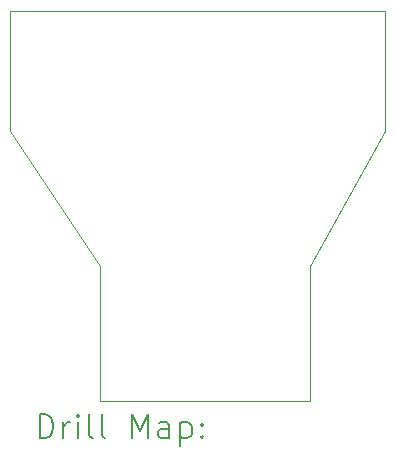
<source format=gbr>
%FSLAX45Y45*%
G04 Gerber Fmt 4.5, Leading zero omitted, Abs format (unit mm)*
G04 Created by KiCad (PCBNEW (6.0.0)) date 2022-02-22 23:35:23*
%MOMM*%
%LPD*%
G01*
G04 APERTURE LIST*
%TA.AperFunction,Profile*%
%ADD10C,0.050000*%
%TD*%
%ADD11C,0.200000*%
G04 APERTURE END LIST*
D10*
X16637000Y-9779000D02*
X16637000Y-10922000D01*
X19050000Y-8636000D02*
X19050000Y-7620000D01*
X15875000Y-8636000D02*
X16637000Y-9779000D01*
X15875000Y-7620000D02*
X15875000Y-8636000D01*
X18415000Y-10922000D02*
X18415000Y-9779000D01*
X18415000Y-10922000D02*
X16637000Y-10922000D01*
X15875000Y-7620000D02*
X19050000Y-7620000D01*
X18415000Y-9779000D02*
X19050000Y-8636000D01*
D11*
X16130119Y-11234976D02*
X16130119Y-11034976D01*
X16177738Y-11034976D01*
X16206309Y-11044500D01*
X16225357Y-11063548D01*
X16234881Y-11082595D01*
X16244405Y-11120690D01*
X16244405Y-11149262D01*
X16234881Y-11187357D01*
X16225357Y-11206405D01*
X16206309Y-11225452D01*
X16177738Y-11234976D01*
X16130119Y-11234976D01*
X16330119Y-11234976D02*
X16330119Y-11101643D01*
X16330119Y-11139738D02*
X16339643Y-11120690D01*
X16349167Y-11111167D01*
X16368214Y-11101643D01*
X16387262Y-11101643D01*
X16453928Y-11234976D02*
X16453928Y-11101643D01*
X16453928Y-11034976D02*
X16444405Y-11044500D01*
X16453928Y-11054024D01*
X16463452Y-11044500D01*
X16453928Y-11034976D01*
X16453928Y-11054024D01*
X16577738Y-11234976D02*
X16558690Y-11225452D01*
X16549167Y-11206405D01*
X16549167Y-11034976D01*
X16682500Y-11234976D02*
X16663452Y-11225452D01*
X16653928Y-11206405D01*
X16653928Y-11034976D01*
X16911071Y-11234976D02*
X16911071Y-11034976D01*
X16977738Y-11177833D01*
X17044405Y-11034976D01*
X17044405Y-11234976D01*
X17225357Y-11234976D02*
X17225357Y-11130214D01*
X17215833Y-11111167D01*
X17196786Y-11101643D01*
X17158690Y-11101643D01*
X17139643Y-11111167D01*
X17225357Y-11225452D02*
X17206310Y-11234976D01*
X17158690Y-11234976D01*
X17139643Y-11225452D01*
X17130119Y-11206405D01*
X17130119Y-11187357D01*
X17139643Y-11168310D01*
X17158690Y-11158786D01*
X17206310Y-11158786D01*
X17225357Y-11149262D01*
X17320595Y-11101643D02*
X17320595Y-11301643D01*
X17320595Y-11111167D02*
X17339643Y-11101643D01*
X17377738Y-11101643D01*
X17396786Y-11111167D01*
X17406310Y-11120690D01*
X17415833Y-11139738D01*
X17415833Y-11196881D01*
X17406310Y-11215928D01*
X17396786Y-11225452D01*
X17377738Y-11234976D01*
X17339643Y-11234976D01*
X17320595Y-11225452D01*
X17501548Y-11215928D02*
X17511071Y-11225452D01*
X17501548Y-11234976D01*
X17492024Y-11225452D01*
X17501548Y-11215928D01*
X17501548Y-11234976D01*
X17501548Y-11111167D02*
X17511071Y-11120690D01*
X17501548Y-11130214D01*
X17492024Y-11120690D01*
X17501548Y-11111167D01*
X17501548Y-11130214D01*
M02*

</source>
